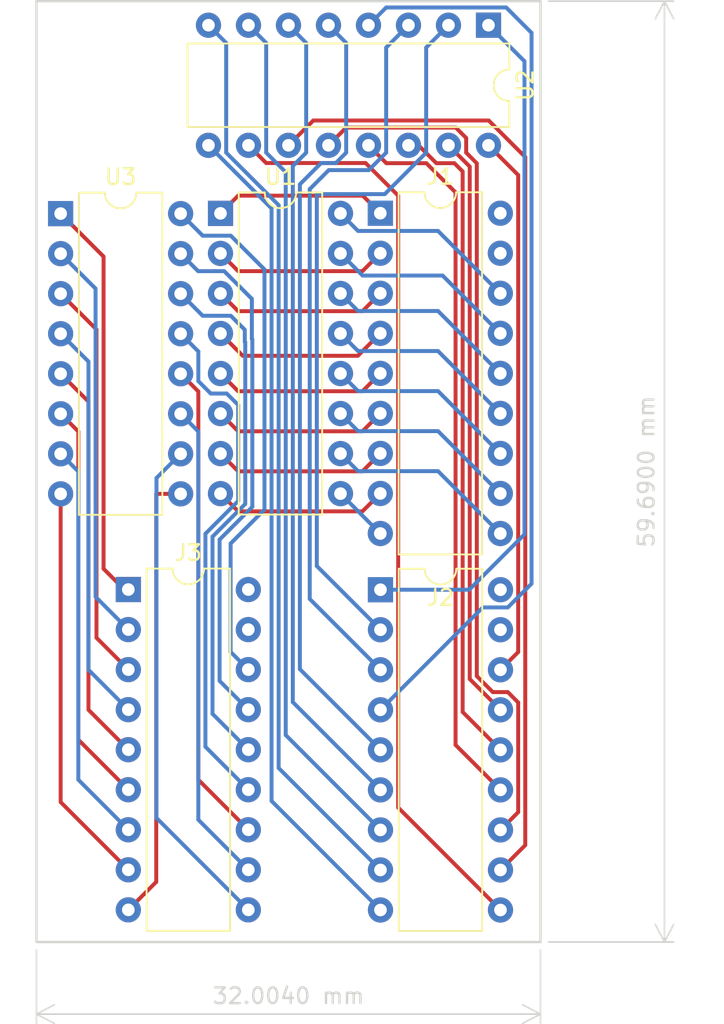
<source format=kicad_pcb>
(kicad_pcb (version 20211014) (generator pcbnew)
  (layers (0 "F.Cu" signal) (31 "B.Cu" signal) (34 "B.Paste" user) (35 "F.Paste" user) (36 "B.SilkS" user "B.Silkscreen") (37 "F.SilkS" user "F.Silkscreen") (38 "B.Mask" user) (39 "F.Mask" user) (44 "Edge.Cuts" user))
  (net 0 "")
  (net 1 "Net-(J1-Pad8)")
  (net 3 "Net-(J1-Pad9)")
  (net 5 "Net-(J2-Pad8)")
  (net 7 "Net-(J2-Pad9)")
  (net 9 "Net-(J3-Pad8)")
  (net 11 "Net-(J3-Pad9)")
  (net 13 "Net-(J1-Pad1)")
  (net 14 "Net-(U1-Pad10)")
  (net 15 "Net-(J1-Pad2)")
  (net 16 "Net-(U1-Pad11)")
  (net 17 "Net-(J1-Pad3)")
  (net 18 "Net-(U1-Pad12)")
  (net 19 "Net-(J1-Pad4)")
  (net 20 "Net-(U1-Pad13)")
  (net 21 "Net-(J1-Pad5)")
  (net 22 "Net-(U1-Pad14)")
  (net 23 "Net-(J1-Pad6)")
  (net 24 "Net-(U1-Pad15)")
  (net 25 "Net-(U1-Pad7)")
  (net 26 "Net-(U1-Pad16)")
  (net 27 "Net-(J2-Pad1)")
  (net 28 "Net-(J2-Pad10)")
  (net 29 "Net-(J2-Pad2)")
  (net 30 "Net-(J2-Pad11)")
  (net 31 "Net-(J2-Pad3)")
  (net 32 "Net-(J2-Pad12)")
  (net 33 "Net-(J2-Pad4)")
  (net 34 "Net-(J2-Pad13)")
  (net 35 "Net-(J2-Pad5)")
  (net 36 "Net-(J2-Pad14)")
  (net 37 "Net-(J2-Pad6)")
  (net 38 "Net-(J2-Pad15)")
  (net 39 "Net-(J2-Pad7)")
  (net 40 "Net-(J2-Pad16)")
  (net 41 "Net-(J3-Pad1)")
  (net 42 "Net-(J3-Pad10)")
  (net 43 "Net-(J3-Pad2)")
  (net 44 "Net-(J3-Pad11)")
  (net 45 "Net-(J3-Pad3)")
  (net 46 "Net-(J3-Pad12)")
  (net 47 "Net-(J3-Pad4)")
  (net 48 "Net-(J3-Pad13)")
  (net 49 "Net-(J3-Pad5)")
  (net 50 "Net-(J3-Pad14)")
  (net 51 "Net-(J3-Pad6)")
  (net 52 "Net-(J3-Pad15)")
  (net 53 "Net-(J3-Pad7)")
  (net 54 "Net-(J3-Pad16)")
  (footprint "Package_DIP:DIP-18_W7.62mm" (layer "F.Cu") (at 78.232 49.53)
    (fp_text reference "J2" (at 3.81 0.498) (layer "F.SilkS"))
    (fp_text value "Conn_02x09_Counter_Clockwise")
    (fp_line (start 1.16 21.65) (end 6.46 21.65) (layer "F.SilkS") (width 0.12))
    (fp_line (start 1.16 -1.33) (end 1.16 21.65) (layer "F.SilkS") (width 0.12))
    (fp_line (start 6.46 21.65) (end 6.46 -1.33) (layer "F.SilkS") (width 0.12))
    (fp_line (start 6.46 -1.33) (end 4.81 -1.33) (layer "F.SilkS") (width 0.12))
    (fp_line (start 2.81 -1.33) (end 1.16 -1.33) (layer "F.SilkS") (width 0.12))
    (fp_arc (start 4.81 -1.33) (mid 3.81 -0.33) (end 2.81 -1.33) (layer "F.SilkS") (width 0.12))
    (pad "1" thru_hole rect locked (at 0 0) (size 1.6 1.6) (drill 0.8) (layers *.Cu *.Mask) (net 27 "Net-(J2-Pad1)"))
    (pad "2" thru_hole oval locked (at 0 2.54) (size 1.6 1.6) (drill 0.8) (layers *.Cu *.Mask) (net 29 "Net-(J2-Pad2)"))
    (pad "3" thru_hole oval locked (at 0 5.08) (size 1.6 1.6) (drill 0.8) (layers *.Cu *.Mask) (net 31 "Net-(J2-Pad3)"))
    (pad "4" thru_hole oval locked (at 0 7.62) (size 1.6 1.6) (drill 0.8) (layers *.Cu *.Mask) (net 33 "Net-(J2-Pad4)"))
    (pad "5" thru_hole oval locked (at 0 10.16) (size 1.6 1.6) (drill 0.8) (layers *.Cu *.Mask) (net 35 "Net-(J2-Pad5)"))
    (pad "6" thru_hole oval locked (at 0 12.7) (size 1.6 1.6) (drill 0.8) (layers *.Cu *.Mask) (net 37 "Net-(J2-Pad6)"))
    (pad "7" thru_hole oval locked (at 0 15.24) (size 1.6 1.6) (drill 0.8) (layers *.Cu *.Mask) (net 39 "Net-(J2-Pad7)"))
    (pad "8" thru_hole oval locked (at 0 17.78) (size 1.6 1.6) (drill 0.8) (layers *.Cu *.Mask) (net 5 "Net-(J2-Pad8)"))
    (pad "9" thru_hole oval locked (at 0 20.32) (size 1.6 1.6) (drill 0.8) (layers *.Cu *.Mask) (net 7 "Net-(J2-Pad9)"))
    (pad "10" thru_hole oval locked (at 7.62 20.32) (size 1.6 1.6) (drill 0.8) (layers *.Cu *.Mask) (net 28 "Net-(J2-Pad10)"))
    (pad "11" thru_hole oval locked (at 7.62 17.78) (size 1.6 1.6) (drill 0.8) (layers *.Cu *.Mask) (net 30 "Net-(J2-Pad11)"))
    (pad "12" thru_hole oval locked (at 7.62 15.24) (size 1.6 1.6) (drill 0.8) (layers *.Cu *.Mask) (net 32 "Net-(J2-Pad12)"))
    (pad "13" thru_hole oval locked (at 7.62 12.7) (size 1.6 1.6) (drill 0.8) (layers *.Cu *.Mask) (net 34 "Net-(J2-Pad13)"))
    (pad "14" thru_hole oval locked (at 7.62 10.16) (size 1.6 1.6) (drill 0.8) (layers *.Cu *.Mask) (net 36 "Net-(J2-Pad14)"))
    (pad "15" thru_hole oval locked (at 7.62 7.62) (size 1.6 1.6) (drill 0.8) (layers *.Cu *.Mask) (net 38 "Net-(J2-Pad15)"))
    (pad "16" thru_hole oval locked (at 7.62 5.08) (size 1.6 1.6) (drill 0.8) (layers *.Cu *.Mask) (net 40 "Net-(J2-Pad16)"))
    (pad "17" thru_hole oval locked (at 7.62 2.54) (size 1.6 1.6) (drill 0.8) (layers *.Cu *.Mask))
    (pad "18" thru_hole oval locked (at 7.62 0) (size 1.6 1.6) (drill 0.8) (layers *.Cu *.Mask))
  )
  (footprint "Package_DIP:DIP-16_W7.62mm" (layer "F.Cu") (at 85.09 13.716 -90)
    (fp_text reference "U2" (at 3.81 -2.33 90) (layer "F.SilkS"))
    (fp_text value "ULN2003A")
    (fp_line (start 2.81 -1.33) (end 1.16 -1.33) (layer "F.SilkS") (width 0.12))
    (fp_line (start 6.46 -1.33) (end 4.81 -1.33) (layer "F.SilkS") (width 0.12))
    (fp_line (start 1.16 19.11) (end 6.46 19.11) (layer "F.SilkS") (width 0.12))
    (fp_line (start 1.16 -1.33) (end 1.16 19.11) (layer "F.SilkS") (width 0.12))
    (fp_line (start 6.46 19.11) (end 6.46 -1.33) (layer "F.SilkS") (width 0.12))
    (fp_arc (start 4.81 -1.33) (mid 3.81 -0.33) (end 2.81 -1.33) (layer "F.SilkS") (width 0.12))
    (pad "1" thru_hole rect locked (at 0 0 270) (size 1.6 1.6) (drill 0.8) (layers *.Cu *.Mask) (net 27 "Net-(J2-Pad1)"))
    (pad "2" thru_hole oval locked (at 0 2.54 270) (size 1.6 1.6) (drill 0.8) (layers *.Cu *.Mask) (net 29 "Net-(J2-Pad2)"))
    (pad "3" thru_hole oval locked (at 0 5.08 270) (size 1.6 1.6) (drill 0.8) (layers *.Cu *.Mask) (net 31 "Net-(J2-Pad3)"))
    (pad "4" thru_hole oval locked (at 0 7.62 270) (size 1.6 1.6) (drill 0.8) (layers *.Cu *.Mask) (net 33 "Net-(J2-Pad4)"))
    (pad "5" thru_hole oval locked (at 0 10.16 270) (size 1.6 1.6) (drill 0.8) (layers *.Cu *.Mask) (net 35 "Net-(J2-Pad5)"))
    (pad "6" thru_hole oval locked (at 0 12.7 270) (size 1.6 1.6) (drill 0.8) (layers *.Cu *.Mask) (net 37 "Net-(J2-Pad6)"))
    (pad "7" thru_hole oval locked (at 0 15.24 270) (size 1.6 1.6) (drill 0.8) (layers *.Cu *.Mask) (net 39 "Net-(J2-Pad7)"))
    (pad "8" thru_hole oval locked (at 0 17.78 270) (size 1.6 1.6) (drill 0.8) (layers *.Cu *.Mask) (net 5 "Net-(J2-Pad8)"))
    (pad "9" thru_hole oval locked (at 7.62 17.78 270) (size 1.6 1.6) (drill 0.8) (layers *.Cu *.Mask) (net 7 "Net-(J2-Pad9)"))
    (pad "10" thru_hole oval locked (at 7.62 15.24 270) (size 1.6 1.6) (drill 0.8) (layers *.Cu *.Mask) (net 28 "Net-(J2-Pad10)"))
    (pad "11" thru_hole oval locked (at 7.62 12.7 270) (size 1.6 1.6) (drill 0.8) (layers *.Cu *.Mask) (net 30 "Net-(J2-Pad11)"))
    (pad "12" thru_hole oval locked (at 7.62 10.16 270) (size 1.6 1.6) (drill 0.8) (layers *.Cu *.Mask) (net 32 "Net-(J2-Pad12)"))
    (pad "13" thru_hole oval locked (at 7.62 7.62 270) (size 1.6 1.6) (drill 0.8) (layers *.Cu *.Mask) (net 34 "Net-(J2-Pad13)"))
    (pad "14" thru_hole oval locked (at 7.62 5.08 270) (size 1.6 1.6) (drill 0.8) (layers *.Cu *.Mask) (net 36 "Net-(J2-Pad14)"))
    (pad "15" thru_hole oval locked (at 7.62 2.54 270) (size 1.6 1.6) (drill 0.8) (layers *.Cu *.Mask) (net 38 "Net-(J2-Pad15)"))
    (pad "16" thru_hole oval locked (at 7.62 0 270) (size 1.6 1.6) (drill 0.8) (layers *.Cu *.Mask) (net 40 "Net-(J2-Pad16)"))
  )
  (footprint "Package_DIP:DIP-16_W7.62mm" (layer "F.Cu") (at 57.922 25.669)
    (fp_text reference "U3" (at 3.81 -2.33) (layer "F.SilkS"))
    (fp_text value "ULN2003A")
    (fp_line (start 1.16 19.11) (end 6.46 19.11) (layer "F.SilkS") (width 0.12))
    (fp_line (start 2.81 -1.33) (end 1.16 -1.33) (layer "F.SilkS") (width 0.12))
    (fp_line (start 6.46 -1.33) (end 4.81 -1.33) (layer "F.SilkS") (width 0.12))
    (fp_line (start 6.46 19.11) (end 6.46 -1.33) (layer "F.SilkS") (width 0.12))
    (fp_line (start 1.16 -1.33) (end 1.16 19.11) (layer "F.SilkS") (width 0.12))
    (fp_arc (start 4.81 -1.33) (mid 3.81 -0.33) (end 2.81 -1.33) (layer "F.SilkS") (width 0.12))
    (pad "1" thru_hole rect locked (at 0 0) (size 1.6 1.6) (drill 0.8) (layers *.Cu *.Mask) (net 41 "Net-(J3-Pad1)"))
    (pad "2" thru_hole oval locked (at 0 2.54) (size 1.6 1.6) (drill 0.8) (layers *.Cu *.Mask) (net 43 "Net-(J3-Pad2)"))
    (pad "3" thru_hole oval locked (at 0 5.08) (size 1.6 1.6) (drill 0.8) (layers *.Cu *.Mask) (net 45 "Net-(J3-Pad3)"))
    (pad "4" thru_hole oval locked (at 0 7.62) (size 1.6 1.6) (drill 0.8) (layers *.Cu *.Mask) (net 47 "Net-(J3-Pad4)"))
    (pad "5" thru_hole oval locked (at 0 10.16) (size 1.6 1.6) (drill 0.8) (layers *.Cu *.Mask) (net 49 "Net-(J3-Pad5)"))
    (pad "6" thru_hole oval locked (at 0 12.7) (size 1.6 1.6) (drill 0.8) (layers *.Cu *.Mask) (net 51 "Net-(J3-Pad6)"))
    (pad "7" thru_hole oval locked (at 0 15.24) (size 1.6 1.6) (drill 0.8) (layers *.Cu *.Mask) (net 53 "Net-(J3-Pad7)"))
    (pad "8" thru_hole oval locked (at 0 17.78) (size 1.6 1.6) (drill 0.8) (layers *.Cu *.Mask) (net 9 "Net-(J3-Pad8)"))
    (pad "9" thru_hole oval locked (at 7.62 17.78) (size 1.6 1.6) (drill 0.8) (layers *.Cu *.Mask) (net 11 "Net-(J3-Pad9)"))
    (pad "10" thru_hole oval locked (at 7.62 15.24) (size 1.6 1.6) (drill 0.8) (layers *.Cu *.Mask) (net 42 "Net-(J3-Pad10)"))
    (pad "11" thru_hole oval locked (at 7.62 12.7) (size 1.6 1.6) (drill 0.8) (layers *.Cu *.Mask) (net 44 "Net-(J3-Pad11)"))
    (pad "12" thru_hole oval locked (at 7.62 10.16) (size 1.6 1.6) (drill 0.8) (layers *.Cu *.Mask) (net 46 "Net-(J3-Pad12)"))
    (pad "13" thru_hole oval locked (at 7.62 7.62) (size 1.6 1.6) (drill 0.8) (layers *.Cu *.Mask) (net 48 "Net-(J3-Pad13)"))
    (pad "14" thru_hole oval locked (at 7.62 5.08) (size 1.6 1.6) (drill 0.8) (layers *.Cu *.Mask) (net 50 "Net-(J3-Pad14)"))
    (pad "15" thru_hole oval locked (at 7.62 2.54) (size 1.6 1.6) (drill 0.8) (layers *.Cu *.Mask) (net 52 "Net-(J3-Pad15)"))
    (pad "16" thru_hole oval locked (at 7.62 0) (size 1.6 1.6) (drill 0.8) (layers *.Cu *.Mask) (net 54 "Net-(J3-Pad16)"))
  )
  (footprint "Package_DIP:DIP-18_W7.62mm" (layer "F.Cu") (at 78.222 25.644)
    (fp_text reference "J1" (at 3.81 -2.33) (layer "F.SilkS"))
    (fp_text value "Conn_02x09_Counter_Clockwise")
    (fp_line (start 6.46 -1.33) (end 4.81 -1.33) (layer "F.SilkS") (width 0.12))
    (fp_line (start 2.81 -1.33) (end 1.16 -1.33) (layer "F.SilkS") (width 0.12))
    (fp_line (start 1.16 -1.33) (end 1.16 21.65) (layer "F.SilkS") (width 0.12))
    (fp_line (start 1.16 21.65) (end 6.46 21.65) (layer "F.SilkS") (width 0.12))
    (fp_line (start 6.46 21.65) (end 6.46 -1.33) (layer "F.SilkS") (width 0.12))
    (fp_arc (start 4.81 -1.33) (mid 3.81 -0.33) (end 2.81 -1.33) (layer "F.SilkS") (width 0.12))
    (pad "1" thru_hole rect locked (at 0 0) (size 1.6 1.6) (drill 0.8) (layers *.Cu *.Mask) (net 13 "Net-(J1-Pad1)"))
    (pad "2" thru_hole oval locked (at 0 2.54) (size 1.6 1.6) (drill 0.8) (layers *.Cu *.Mask) (net 15 "Net-(J1-Pad2)"))
    (pad "3" thru_hole oval locked (at 0 5.08) (size 1.6 1.6) (drill 0.8) (layers *.Cu *.Mask) (net 17 "Net-(J1-Pad3)"))
    (pad "4" thru_hole oval locked (at 0 7.62) (size 1.6 1.6) (drill 0.8) (layers *.Cu *.Mask) (net 19 "Net-(J1-Pad4)"))
    (pad "5" thru_hole oval locked (at 0 10.16) (size 1.6 1.6) (drill 0.8) (layers *.Cu *.Mask) (net 21 "Net-(J1-Pad5)"))
    (pad "6" thru_hole oval locked (at 0 12.7) (size 1.6 1.6) (drill 0.8) (layers *.Cu *.Mask) (net 23 "Net-(J1-Pad6)"))
    (pad "7" thru_hole oval locked (at 0 15.24) (size 1.6 1.6) (drill 0.8) (layers *.Cu *.Mask) (net 25 "Net-(U1-Pad7)"))
    (pad "8" thru_hole oval locked (at 0 17.78) (size 1.6 1.6) (drill 0.8) (layers *.Cu *.Mask) (net 1 "Net-(J1-Pad8)"))
    (pad "9" thru_hole oval locked (at 0 20.32) (size 1.6 1.6) (drill 0.8) (layers *.Cu *.Mask) (net 3 "Net-(J1-Pad9)"))
    (pad "10" thru_hole oval locked (at 7.62 20.32) (size 1.6 1.6) (drill 0.8) (layers *.Cu *.Mask) (net 14 "Net-(U1-Pad10)"))
    (pad "11" thru_hole oval locked (at 7.62 17.78) (size 1.6 1.6) (drill 0.8) (layers *.Cu *.Mask) (net 16 "Net-(U1-Pad11)"))
    (pad "12" thru_hole oval locked (at 7.62 15.24) (size 1.6 1.6) (drill 0.8) (layers *.Cu *.Mask) (net 18 "Net-(U1-Pad12)"))
    (pad "13" thru_hole oval locked (at 7.62 12.7) (size 1.6 1.6) (drill 0.8) (layers *.Cu *.Mask) (net 20 "Net-(U1-Pad13)"))
    (pad "14" thru_hole oval locked (at 7.62 10.16) (size 1.6 1.6) (drill 0.8) (layers *.Cu *.Mask) (net 22 "Net-(U1-Pad14)"))
    (pad "15" thru_hole oval locked (at 7.62 7.62) (size 1.6 1.6) (drill 0.8) (layers *.Cu *.Mask) (net 24 "Net-(U1-Pad15)"))
    (pad "16" thru_hole oval locked (at 7.62 5.08) (size 1.6 1.6) (drill 0.8) (layers *.Cu *.Mask) (net 26 "Net-(U1-Pad16)"))
    (pad "17" thru_hole oval locked (at 7.62 2.54) (size 1.6 1.6) (drill 0.8) (layers *.Cu *.Mask))
    (pad "18" thru_hole oval locked (at 7.62 0) (size 1.6 1.6) (drill 0.8) (layers *.Cu *.Mask))
  )
  (footprint "Package_DIP:DIP-18_W7.62mm" (layer "F.Cu") (at 62.22 49.52)
    (fp_text reference "J3" (at 3.81 -2.33) (layer "F.SilkS"))
    (fp_text value "Conn_02x09_Counter_Clockwise")
    (fp_line (start 2.81 -1.33) (end 1.16 -1.33) (layer "F.SilkS") (width 0.12))
    (fp_line (start 6.46 21.65) (end 6.46 -1.33) (layer "F.SilkS") (width 0.12))
    (fp_line (start 1.16 21.65) (end 6.46 21.65) (layer "F.SilkS") (width 0.12))
    (fp_line (start 6.46 -1.33) (end 4.81 -1.33) (layer "F.SilkS") (width 0.12))
    (fp_line (start 1.16 -1.33) (end 1.16 21.65) (layer "F.SilkS") (width 0.12))
    (fp_arc (start 4.81 -1.33) (mid 3.81 -0.33) (end 2.81 -1.33) (layer "F.SilkS") (width 0.12))
    (pad "1" thru_hole rect locked (at 0 0) (size 1.6 1.6) (drill 0.8) (layers *.Cu *.Mask) (net 41 "Net-(J3-Pad1)"))
    (pad "2" thru_hole oval locked (at 0 2.54) (size 1.6 1.6) (drill 0.8) (layers *.Cu *.Mask) (net 43 "Net-(J3-Pad2)"))
    (pad "3" thru_hole oval locked (at 0 5.08) (size 1.6 1.6) (drill 0.8) (layers *.Cu *.Mask) (net 45 "Net-(J3-Pad3)"))
    (pad "4" thru_hole oval locked (at 0 7.62) (size 1.6 1.6) (drill 0.8) (layers *.Cu *.Mask) (net 47 "Net-(J3-Pad4)"))
    (pad "5" thru_hole oval locked (at 0 10.16) (size 1.6 1.6) (drill 0.8) (layers *.Cu *.Mask) (net 49 "Net-(J3-Pad5)"))
    (pad "6" thru_hole oval locked (at 0 12.7) (size 1.6 1.6) (drill 0.8) (layers *.Cu *.Mask) (net 51 "Net-(J3-Pad6)"))
    (pad "7" thru_hole oval locked (at 0 15.24) (size 1.6 1.6) (drill 0.8) (layers *.Cu *.Mask) (net 53 "Net-(J3-Pad7)"))
    (pad "8" thru_hole oval locked (at 0 17.78) (size 1.6 1.6) (drill 0.8) (layers *.Cu *.Mask) (net 9 "Net-(J3-Pad8)"))
    (pad "9" thru_hole oval locked (at 0 20.32) (size 1.6 1.6) (drill 0.8) (layers *.Cu *.Mask) (net 11 "Net-(J3-Pad9)"))
    (pad "10" thru_hole oval locked (at 7.62 20.32) (size 1.6 1.6) (drill 0.8) (layers *.Cu *.Mask) (net 42 "Net-(J3-Pad10)"))
    (pad "11" thru_hole oval locked (at 7.62 17.78) (size 1.6 1.6) (drill 0.8) (layers *.Cu *.Mask) (net 44 "Net-(J3-Pad11)"))
    (pad "12" thru_hole oval locked (at 7.62 15.24) (size 1.6 1.6) (drill 0.8) (layers *.Cu *.Mask) (net 46 "Net-(J3-Pad12)"))
    (pad "13" thru_hole oval locked (at 7.62 12.7) (size 1.6 1.6) (drill 0.8) (layers *.Cu *.Mask) (net 48 "Net-(J3-Pad13)"))
    (pad "14" thru_hole oval locked (at 7.62 10.16) (size 1.6 1.6) (drill 0.8) (layers *.Cu *.Mask) (net 50 "Net-(J3-Pad14)"))
    (pad "15" thru_hole oval locked (at 7.62 7.62) (size 1.6 1.6) (drill 0.8) (layers *.Cu *.Mask) (net 52 "Net-(J3-Pad15)"))
    (pad "16" thru_hole oval locked (at 7.62 5.08) (size 1.6 1.6) (drill 0.8) (layers *.Cu *.Mask) (net 54 "Net-(J3-Pad16)"))
    (pad "17" thru_hole oval locked (at 7.62 2.54) (size 1.6 1.6) (drill 0.8) (layers *.Cu *.Mask))
    (pad "18" thru_hole oval locked (at 7.62 0) (size 1.6 1.6) (drill 0.8) (layers *.Cu *.Mask))
  )
  (footprint "Package_DIP:DIP-16_W7.62mm" (layer "F.Cu") (at 68.072 25.654)
    (fp_text reference "U1" (at 3.81 -2.33) (layer "F.SilkS"))
    (fp_text value "ULN2003A")
    (fp_line (start 6.46 -1.33) (end 4.81 -1.33) (layer "F.SilkS") (width 0.12))
    (fp_line (start 1.16 19.11) (end 6.46 19.11) (layer "F.SilkS") (width 0.12))
    (fp_line (start 2.81 -1.33) (end 1.16 -1.33) (layer "F.SilkS") (width 0.12))
    (fp_line (start 6.46 19.11) (end 6.46 -1.33) (layer "F.SilkS") (width 0.12))
    (fp_line (start 1.16 -1.33) (end 1.16 19.11) (layer "F.SilkS") (width 0.12))
    (fp_arc (start 4.81 -1.33) (mid 3.81 -0.33) (end 2.81 -1.33) (layer "F.SilkS") (width 0.12))
    (pad "1" thru_hole rect locked (at 0 0) (size 1.6 1.6) (drill 0.8) (layers *.Cu *.Mask) (net 13 "Net-(J1-Pad1)"))
    (pad "2" thru_hole oval locked (at 0 2.54) (size 1.6 1.6) (drill 0.8) (layers *.Cu *.Mask) (net 15 "Net-(J1-Pad2)"))
    (pad "3" thru_hole oval locked (at 0 5.08) (size 1.6 1.6) (drill 0.8) (layers *.Cu *.Mask) (net 17 "Net-(J1-Pad3)"))
    (pad "4" thru_hole oval locked (at 0 7.62) (size 1.6 1.6) (drill 0.8) (layers *.Cu *.Mask) (net 19 "Net-(J1-Pad4)"))
    (pad "5" thru_hole oval locked (at 0 10.16) (size 1.6 1.6) (drill 0.8) (layers *.Cu *.Mask) (net 21 "Net-(J1-Pad5)"))
    (pad "6" thru_hole oval locked (at 0 12.7) (size 1.6 1.6) (drill 0.8) (layers *.Cu *.Mask) (net 23 "Net-(J1-Pad6)"))
    (pad "7" thru_hole oval locked (at 0 15.24) (size 1.6 1.6) (drill 0.8) (layers *.Cu *.Mask) (net 25 "Net-(U1-Pad7)"))
    (pad "8" thru_hole oval locked (at 0 17.78) (size 1.6 1.6) (drill 0.8) (layers *.Cu *.Mask) (net 1 "Net-(J1-Pad8)"))
    (pad "9" thru_hole oval locked (at 7.62 17.78) (size 1.6 1.6) (drill 0.8) (layers *.Cu *.Mask) (net 3 "Net-(J1-Pad9)"))
    (pad "10" thru_hole oval locked (at 7.62 15.24) (size 1.6 1.6) (drill 0.8) (layers *.Cu *.Mask) (net 14 "Net-(U1-Pad10)"))
    (pad "11" thru_hole oval locked (at 7.62 12.7) (size 1.6 1.6) (drill 0.8) (layers *.Cu *.Mask) (net 16 "Net-(U1-Pad11)"))
    (pad "12" thru_hole oval locked (at 7.62 10.16) (size 1.6 1.6) (drill 0.8) (layers *.Cu *.Mask) (net 18 "Net-(U1-Pad12)"))
    (pad "13" thru_hole oval locked (at 7.62 7.62) (size 1.6 1.6) (drill 0.8) (layers *.Cu *.Mask) (net 20 "Net-(U1-Pad13)"))
    (pad "14" thru_hole oval locked (at 7.62 5.08) (size 1.6 1.6) (drill 0.8) (layers *.Cu *.Mask) (net 22 "Net-(U1-Pad14)"))
    (pad "15" thru_hole oval locked (at 7.62 2.54) (size 1.6 1.6) (drill 0.8) (layers *.Cu *.Mask) (net 24 "Net-(U1-Pad15)"))
    (pad "16" thru_hole oval locked (at 7.62 0) (size 1.6 1.6) (drill 0.8) (layers *.Cu *.Mask) (net 26 "Net-(U1-Pad16)"))
  )
  (gr_poly (pts (xy 56.388 12.192) (xy 56.388 71.882) (xy 88.392 71.882) (xy 88.392 12.192)) (layer "Edge.Cuts") (width 0.15) (fill none))
  (dimension (type aligned) (layer "Edge.Cuts") (pts (xy 88.392 71.882) (xy 56.388 71.882)) (height -4.572) (gr_text "32.0040 mm" (at 72.39 75.304) (layer "Edge.Cuts") (effects (font (size 1 1) (thickness 0.15)))) (format (units 3) (units_format 1) (precision 4)) (style (thickness 0.1) (arrow_length 1.27) (text_position_mode 0) (extension_height 0.58642) (extension_offset 0.5) keep_text_aligned))
  (dimension (type aligned) (layer "Edge.Cuts") (pts (xy 88.392 71.882) (xy 88.392 12.192)) (height 7.874) (gr_text "59.6900 mm" (at 95.116 42.037 90) (layer "Edge.Cuts") (effects (font (size 1 1) (thickness 0.15)))) (format (units 3) (units_format 1) (precision 4)) (style (thickness 0.1) (arrow_length 1.27) (text_position_mode 0) (extension_height 0.58642) (extension_offset 0.5) keep_text_aligned))
  (segment (start 77.087489 44.558511) (end 69.196511 44.558511) (width 0.25) (layer "F.Cu") (net 1))
  (segment (start 69.196511 44.558511) (end 68.072 43.434) (width 0.25) (layer "F.Cu") (net 1))
  (segment (start 78.222 43.424) (end 77.087489 44.558511) (width 0.25) (layer "F.Cu") (net 1))
  (segment (start 78.222 45.964) (end 75.692 43.434) (width 0.25) (layer "B.Cu") (net 3))
  (segment (start 68.434511 14.840511) (end 68.434511 21.801789) (width 0.25) (layer "B.Cu") (net 5))
  (segment (start 71.765021 25.132299) (end 71.765021 60.843021) (width 0.25) (layer "B.Cu") (net 5))
  (segment (start 68.434511 21.801789) (end 71.765021 25.132299) (width 0.25) (layer "B.Cu") (net 5))
  (segment (start 71.765021 60.843021) (end 78.232 67.31) (width 0.25) (layer "B.Cu") (net 5))
  (segment (start 67.31 13.716) (end 68.434511 14.840511) (width 0.25) (layer "B.Cu") (net 5))
  (segment (start 78.232 69.85) (end 71.31551 62.93351) (width 0.25) (layer "B.Cu") (net 7))
  (segment (start 71.31551 25.34151) (end 67.31 21.336) (width 0.25) (layer "B.Cu") (net 7))
  (segment (start 71.31551 62.93351) (end 71.31551 25.34151) (width 0.25) (layer "B.Cu") (net 7))
  (segment (start 57.922 63.002) (end 57.922 43.449) (width 0.25) (layer "F.Cu") (net 9))
  (segment (start 62.22 67.3) (end 57.922 63.002) (width 0.25) (layer "F.Cu") (net 9))
  (segment (start 65.542 43.449) (end 63.993 43.449) (width 0.25) (layer "F.Cu") (net 11))
  (segment (start 63.993 68.067) (end 62.22 69.84) (width 0.25) (layer "F.Cu") (net 11))
  (segment (start 63.993 43.449) (end 63.993 68.067) (width 0.25) (layer "F.Cu") (net 11))
  (segment (start 78.222 25.644) (end 77.107489 24.529489) (width 0.25) (layer "F.Cu") (net 13))
  (segment (start 69.196511 24.529489) (end 68.072 25.654) (width 0.25) (layer "F.Cu") (net 13))
  (segment (start 77.107489 24.529489) (end 69.196511 24.529489) (width 0.25) (layer "F.Cu") (net 13))
  (segment (start 85.842 45.964) (end 81.886511 42.008511) (width 0.25) (layer "B.Cu") (net 14))
  (segment (start 76.806511 42.008511) (end 75.692 40.894) (width 0.25) (layer "B.Cu") (net 14))
  (segment (start 81.886511 42.008511) (end 76.806511 42.008511) (width 0.25) (layer "B.Cu") (net 14))
  (segment (start 78.222 28.184) (end 77.087489 29.318511) (width 0.25) (layer "F.Cu") (net 15))
  (segment (start 69.196511 29.318511) (end 68.072 28.194) (width 0.25) (layer "F.Cu") (net 15))
  (segment (start 77.087489 29.318511) (end 69.196511 29.318511) (width 0.25) (layer "F.Cu") (net 15))
  (segment (start 85.842 43.424) (end 81.886511 39.468511) (width 0.25) (layer "B.Cu") (net 16))
  (segment (start 81.886511 39.468511) (end 76.806511 39.468511) (width 0.25) (layer "B.Cu") (net 16))
  (segment (start 76.806511 39.468511) (end 75.692 38.354) (width 0.25) (layer "B.Cu") (net 16))
  (segment (start 78.222 30.724) (end 77.087489 31.858511) (width 0.25) (layer "F.Cu") (net 17))
  (segment (start 69.196511 31.858511) (end 68.072 30.734) (width 0.25) (layer "F.Cu") (net 17))
  (segment (start 77.087489 31.858511) (end 69.196511 31.858511) (width 0.25) (layer "F.Cu") (net 17))
  (segment (start 76.806511 36.928511) (end 75.692 35.814) (width 0.25) (layer "B.Cu") (net 18))
  (segment (start 81.886511 36.928511) (end 76.806511 36.928511) (width 0.25) (layer "B.Cu") (net 18))
  (segment (start 85.842 40.884) (end 81.886511 36.928511) (width 0.25) (layer "B.Cu") (net 18))
  (segment (start 69.487489 34.689489) (end 76.796511 34.689489) (width 0.25) (layer "F.Cu") (net 19))
  (segment (start 68.072 33.274) (end 69.487489 34.689489) (width 0.25) (layer "F.Cu") (net 19))
  (segment (start 76.796511 34.689489) (end 78.222 33.264) (width 0.25) (layer "F.Cu") (net 19))
  (segment (start 81.886511 34.388511) (end 76.806511 34.388511) (width 0.25) (layer "B.Cu") (net 20))
  (segment (start 85.842 38.344) (end 81.886511 34.388511) (width 0.25) (layer "B.Cu") (net 20))
  (segment (start 76.806511 34.388511) (end 75.692 33.274) (width 0.25) (layer "B.Cu") (net 20))
  (segment (start 77.087489 36.938511) (end 69.196511 36.938511) (width 0.25) (layer "F.Cu") (net 21))
  (segment (start 78.222 35.804) (end 77.087489 36.938511) (width 0.25) (layer "F.Cu") (net 21))
  (segment (start 69.196511 36.938511) (end 68.072 35.814) (width 0.25) (layer "F.Cu") (net 21))
  (segment (start 76.806511 31.848511) (end 75.692 30.734) (width 0.25) (layer "B.Cu") (net 22))
  (segment (start 85.842 35.804) (end 81.886511 31.848511) (width 0.25) (layer "B.Cu") (net 22))
  (segment (start 81.886511 31.848511) (end 76.806511 31.848511) (width 0.25) (layer "B.Cu") (net 22))
  (segment (start 78.222 38.344) (end 77.087489 39.478511) (width 0.25) (layer "F.Cu") (net 23))
  (segment (start 69.196511 39.478511) (end 68.072 38.354) (width 0.25) (layer "F.Cu") (net 23))
  (segment (start 77.087489 39.478511) (end 69.196511 39.478511) (width 0.25) (layer "F.Cu") (net 23))
  (segment (start 82.177489 29.599489) (end 77.097489 29.599489) (width 0.25) (layer "B.Cu") (net 24))
  (segment (start 85.842 33.264) (end 82.177489 29.599489) (width 0.25) (layer "B.Cu") (net 24))
  (segment (start 77.097489 29.599489) (end 75.692 28.194) (width 0.25) (layer "B.Cu") (net 24))
  (segment (start 77.087489 42.018511) (end 69.196511 42.018511) (width 0.25) (layer "F.Cu") (net 25))
  (segment (start 78.222 40.884) (end 77.087489 42.018511) (width 0.25) (layer "F.Cu") (net 25))
  (segment (start 69.196511 42.018511) (end 68.072 40.894) (width 0.25) (layer "F.Cu") (net 25))
  (segment (start 76.806511 26.768511) (end 75.692 25.654) (width 0.25) (layer "B.Cu") (net 26))
  (segment (start 85.842 30.724) (end 81.886511 26.768511) (width 0.25) (layer "B.Cu") (net 26))
  (segment (start 81.886511 26.768511) (end 76.806511 26.768511) (width 0.25) (layer "B.Cu") (net 26))
  (segment (start 83.8663 49.53) (end 78.232 49.53) (width 0.25) (layer "B.Cu") (net 27))
  (segment (start 87.376 46.0203) (end 83.8663 49.53) (width 0.25) (layer "B.Cu") (net 27))
  (segment (start 85.09 13.716) (end 87.376 16.002) (width 0.25) (layer "B.Cu") (net 27))
  (segment (start 87.376 16.002) (end 87.376 46.0203) (width 0.25) (layer "B.Cu") (net 27))
  (segment (start 79.356511 24.529489) (end 77.287533 22.460511) (width 0.25) (layer "F.Cu") (net 28))
  (segment (start 79.356511 63.354511) (end 79.356511 24.529489) (width 0.25) (layer "F.Cu") (net 28))
  (segment (start 70.974511 22.460511) (end 69.85 21.336) (width 0.25) (layer "F.Cu") (net 28))
  (segment (start 77.287533 22.460511) (end 70.974511 22.460511) (width 0.25) (layer "F.Cu") (net 28))
  (segment (start 85.852 69.85) (end 79.356511 63.354511) (width 0.25) (layer "F.Cu") (net 28))
  (segment (start 74.188041 24.433363) (end 78.502937 24.433363) (width 0.25) (layer "B.Cu") (net 29))
  (segment (start 78.232 52.07) (end 74.188041 48.026041) (width 0.25) (layer "B.Cu") (net 29))
  (segment (start 74.188041 48.026041) (end 74.188041 24.433363) (width 0.25) (layer "B.Cu") (net 29))
  (segment (start 81.134511 15.131489) (end 82.55 13.716) (width 0.25) (layer "B.Cu") (net 29))
  (segment (start 81.134511 21.801789) (end 81.134511 15.131489) (width 0.25) (layer "B.Cu") (net 29))
  (segment (start 78.502937 24.433363) (end 81.134511 21.801789) (width 0.25) (layer "B.Cu") (net 29))
  (segment (start 87.426031 65.735969) (end 87.426031 22.081731) (width 0.25) (layer "F.Cu") (net 30))
  (segment (start 85.106269 19.761969) (end 73.964031 19.761969) (width 0.25) (layer "F.Cu") (net 30))
  (segment (start 73.964031 19.761969) (end 72.39 21.336) (width 0.25) (layer "F.Cu") (net 30))
  (segment (start 85.852 67.31) (end 87.426031 65.735969) (width 0.25) (layer "F.Cu") (net 30))
  (segment (start 87.426031 22.081731) (end 85.106269 19.761969) (width 0.25) (layer "F.Cu") (net 30))
  (segment (start 73.738531 24.117769) (end 73.738531 50.116531) (width 0.25) (layer "B.Cu") (net 31))
  (segment (start 80.01 13.716) (end 78.594511 15.131489) (width 0.25) (layer "B.Cu") (net 31))
  (segment (start 78.594511 21.801789) (end 77.486278 22.910022) (width 0.25) (layer "B.Cu") (net 31))
  (segment (start 77.486278 22.910022) (end 74.946278 22.910022) (width 0.25) (layer "B.Cu") (net 31))
  (segment (start 74.946278 22.910022) (end 73.738531 24.117769) (width 0.25) (layer "B.Cu") (net 31))
  (segment (start 78.594511 15.131489) (end 78.594511 21.801789) (width 0.25) (layer "B.Cu") (net 31))
  (segment (start 73.738531 50.116531) (end 78.232 54.61) (width 0.25) (layer "B.Cu") (net 31))
  (segment (start 83.674511 20.870211) (end 83.015789 20.211489) (width 0.25) (layer "F.Cu") (net 32))
  (segment (start 85.852 64.77) (end 86.976511 63.645489) (width 0.25) (layer "F.Cu") (net 32))
  (segment (start 86.976511 56.684211) (end 86.317789 56.025489) (width 0.25) (layer "F.Cu") (net 32))
  (segment (start 86.317789 56.025489) (end 85.363207 56.025489) (width 0.25) (layer "F.Cu") (net 32))
  (segment (start 83.015789 20.211489) (end 76.054511 20.211489) (width 0.25) (layer "F.Cu") (net 32))
  (segment (start 86.976511 63.645489) (end 86.976511 56.684211) (width 0.25) (layer "F.Cu") (net 32))
  (segment (start 84.348053 55.010335) (end 84.348053 22.475331) (width 0.25) (layer "F.Cu") (net 32))
  (segment (start 84.348053 22.475331) (end 83.674511 21.801789) (width 0.25) (layer "F.Cu") (net 32))
  (segment (start 76.054511 20.211489) (end 74.93 21.336) (width 0.25) (layer "F.Cu") (net 32))
  (segment (start 83.674511 21.801789) (end 83.674511 20.870211) (width 0.25) (layer "F.Cu") (net 32))
  (segment (start 85.363207 56.025489) (end 84.348053 55.010335) (width 0.25) (layer "F.Cu") (net 32))
  (segment (start 86.214511 12.591489) (end 78.594511 12.591489) (width 0.25) (layer "B.Cu") (net 33))
  (segment (start 87.82552 49.14678) (end 87.82552 14.202498) (width 0.25) (layer "B.Cu") (net 33))
  (segment (start 87.82552 14.202498) (end 86.214511 12.591489) (width 0.25) (layer "B.Cu") (net 33))
  (segment (start 78.594511 12.591489) (end 77.47 13.716) (width 0.25) (layer "B.Cu") (net 33))
  (segment (start 86.317789 50.654511) (end 87.82552 49.14678) (width 0.25) (layer "B.Cu") (net 33))
  (segment (start 84.727489 50.654511) (end 86.317789 50.654511) (width 0.25) (layer "B.Cu") (net 33))
  (segment (start 78.232 57.15) (end 84.727489 50.654511) (width 0.25) (layer "B.Cu") (net 33))
  (segment (start 85.852 62.23) (end 82.999511 59.377511) (width 0.25) (layer "F.Cu") (net 34))
  (segment (start 82.999511 59.377511) (end 82.99951 24.324102) (width 0.25) (layer "F.Cu") (net 34))
  (segment (start 82.99951 24.324102) (end 81.144387 22.468979) (width 0.25) (layer "F.Cu") (net 34))
  (segment (start 78.604387 22.468979) (end 77.471408 21.336) (width 0.25) (layer "F.Cu") (net 34))
  (segment (start 77.471408 21.336) (end 77.47 21.336) (width 0.25) (layer "F.Cu") (net 34))
  (segment (start 81.144387 22.468979) (end 78.604387 22.468979) (width 0.25) (layer "F.Cu") (net 34))
  (segment (start 76.054511 21.801789) (end 76.054511 14.840511) (width 0.25) (layer "B.Cu") (net 35))
  (segment (start 75.395789 22.460511) (end 76.054511 21.801789) (width 0.25) (layer "B.Cu") (net 35))
  (segment (start 78.232 59.69) (end 73.113551 54.571551) (width 0.25) (layer "B.Cu") (net 35))
  (segment (start 73.113551 23.811171) (end 74.464211 22.460511) (width 0.25) (layer "B.Cu") (net 35))
  (segment (start 73.113551 54.571551) (end 73.113551 23.811171) (width 0.25) (layer "B.Cu") (net 35))
  (segment (start 74.464211 22.460511) (end 75.395789 22.460511) (width 0.25) (layer "B.Cu") (net 35))
  (segment (start 76.054511 14.840511) (end 74.93 13.716) (width 0.25) (layer "B.Cu") (net 35))
  (segment (start 80.647112 21.336) (end 80.01 21.336) (width 0.25) (layer "F.Cu") (net 36))
  (segment (start 81.78009 22.468978) (end 80.647112 21.336) (width 0.25) (layer "F.Cu") (net 36))
  (segment (start 83.449022 57.287022) (end 83.449021 22.995613) (width 0.25) (layer "F.Cu") (net 36))
  (segment (start 83.449021 22.995613) (end 82.922386 22.468978) (width 0.25) (layer "F.Cu") (net 36))
  (segment (start 82.922386 22.468978) (end 81.78009 22.468978) (width 0.25) (layer "F.Cu") (net 36))
  (segment (start 85.852 59.69) (end 83.449022 57.287022) (width 0.25) (layer "F.Cu") (net 36))
  (segment (start 78.232 62.23) (end 72.664041 56.662041) (width 0.25) (layer "B.Cu") (net 37))
  (segment (start 72.664041 22.652259) (end 73.514511 21.801789) (width 0.25) (layer "B.Cu") (net 37))
  (segment (start 73.514511 14.840511) (end 72.39 13.716) (width 0.25) (layer "B.Cu") (net 37))
  (segment (start 73.514511 21.801789) (end 73.514511 14.840511) (width 0.25) (layer "B.Cu") (net 37))
  (segment (start 72.664041 56.662041) (end 72.664041 22.652259) (width 0.25) (layer "B.Cu") (net 37))
  (segment (start 83.898533 55.196533) (end 83.898531 22.684531) (width 0.25) (layer "F.Cu") (net 38))
  (segment (start 83.898531 22.684531) (end 82.55 21.336) (width 0.25) (layer "F.Cu") (net 38))
  (segment (start 85.852 57.15) (end 83.898533 55.196533) (width 0.25) (layer "F.Cu") (net 38))
  (segment (start 72.214531 58.752531) (end 72.214531 23.041809) (width 0.25) (layer "B.Cu") (net 39))
  (segment (start 70.974511 14.840511) (end 69.85 13.716) (width 0.25) (layer "B.Cu") (net 39))
  (segment (start 78.232 64.77) (end 72.214531 58.752531) (width 0.25) (layer "B.Cu") (net 39))
  (segment (start 70.974511 21.801789) (end 70.974511 14.840511) (width 0.25) (layer "B.Cu") (net 39))
  (segment (start 72.214531 23.041809) (end 70.974511 21.801789) (width 0.25) (layer "B.Cu") (net 39))
  (segment (start 86.976511 23.222511) (end 85.09 21.336) (width 0.25) (layer "F.Cu") (net 40))
  (segment (start 85.852 54.61) (end 86.976511 53.485489) (width 0.25) (layer "F.Cu") (net 40))
  (segment (start 86.976511 53.485489) (end 86.976511 23.222511) (width 0.25) (layer "F.Cu") (net 40))
  (segment (start 61.966 49.52) (end 62.22 49.52) (width 0.25) (layer "F.Cu") (net 41))
  (segment (start 60.64752 28.39452) (end 60.64752 48.20152) (width 0.25) (layer "F.Cu") (net 41))
  (segment (start 60.64752 48.20152) (end 61.966 49.52) (width 0.25) (layer "F.Cu") (net 41))
  (segment (start 57.922 25.669) (end 60.64752 28.39452) (width 0.25) (layer "F.Cu") (net 41))
  (segment (start 65.542 40.909) (end 64.008 42.443) (width 0.25) (layer "B.Cu") (net 42))
  (segment (start 64.008 42.443) (end 64.008 64.008) (width 0.25) (layer "B.Cu") (net 42))
  (segment (start 64.008 64.008) (end 69.84 69.84) (width 0.25) (layer "B.Cu") (net 42))
  (segment (start 62.22 52.06) (end 60.13952 49.97952) (width 0.25) (layer "B.Cu") (net 43))
  (segment (start 60.13952 49.97952) (end 60.13952 30.42652) (width 0.25) (layer "B.Cu") (net 43))
  (segment (start 60.13952 30.42652) (end 57.922 28.209) (width 0.25) (layer "B.Cu") (net 43))
  (segment (start 66.666511 64.126511) (end 69.84 67.3) (width 0.25) (layer "B.Cu") (net 44))
  (segment (start 66.666511 39.493511) (end 66.666511 64.126511) (width 0.25) (layer "B.Cu") (net 44))
  (segment (start 65.542 38.369) (end 66.666511 39.493511) (width 0.25) (layer "B.Cu") (net 44))
  (segment (start 62.22 54.6) (end 60.198 52.578) (width 0.25) (layer "F.Cu") (net 45))
  (segment (start 59.051511 31.873511) (end 60.198 33.02) (width 0.25) (layer "F.Cu") (net 45))
  (segment (start 57.922 30.749) (end 59.046511 31.873511) (width 0.25) (layer "F.Cu") (net 45))
  (segment (start 59.046511 31.873511) (end 59.051511 31.873511) (width 0.25) (layer "F.Cu") (net 45))
  (segment (start 60.198 33.02) (end 60.198 52.07) (width 0.25) (layer "F.Cu") (net 45))
  (segment (start 60.198 52.578) (end 60.198 52.07) (width 0.25) (layer "F.Cu") (net 45))
  (segment (start 66.666511 61.586511) (end 66.666511 36.953511) (width 0.25) (layer "F.Cu") (net 46))
  (segment (start 66.666511 36.953511) (end 65.542 35.829) (width 0.25) (layer "F.Cu") (net 46))
  (segment (start 69.84 64.76) (end 66.666511 61.586511) (width 0.25) (layer "F.Cu") (net 46))
  (segment (start 59.69 54.61) (end 59.69 35.057) (width 0.25) (layer "B.Cu") (net 47))
  (segment (start 62.22 57.14) (end 59.69 54.61) (width 0.25) (layer "B.Cu") (net 47))
  (segment (start 59.69 35.057) (end 57.922 33.289) (width 0.25) (layer "B.Cu") (net 47))
  (segment (start 68.471489 37.084) (end 67.455722 37.084) (width 0.25) (layer "B.Cu") (net 48))
  (segment (start 69.196511 43.899789) (end 69.196511 37.809022) (width 0.25) (layer "B.Cu") (net 48))
  (segment (start 66.666511 36.294789) (end 66.666511 34.413511) (width 0.25) (layer "B.Cu") (net 48))
  (segment (start 67.116031 59.496031) (end 67.116031 45.980269) (width 0.25) (layer "B.Cu") (net 48))
  (segment (start 69.84 62.22) (end 67.116031 59.496031) (width 0.25) (layer "B.Cu") (net 48))
  (segment (start 67.455722 37.084) (end 66.666511 36.294789) (width 0.25) (layer "B.Cu") (net 48))
  (segment (start 66.666511 34.413511) (end 65.542 33.289) (width 0.25) (layer "B.Cu") (net 48))
  (segment (start 67.116031 45.980269) (end 69.196511 43.899789) (width 0.25) (layer "B.Cu") (net 48))
  (segment (start 69.196511 37.809022) (end 68.471489 37.084) (width 0.25) (layer "B.Cu") (net 48))
  (segment (start 59.69 37.597) (end 59.69 57.15) (width 0.25) (layer "F.Cu") (net 49))
  (segment (start 57.922 35.829) (end 59.69 37.597) (width 0.25) (layer "F.Cu") (net 49))
  (segment (start 59.69 57.15) (end 62.22 59.68) (width 0.25) (layer "F.Cu") (net 49))
  (segment (start 69.61597 33.803378) (end 69.646031 33.833439) (width 0.25) (layer "B.Cu") (net 50))
  (segment (start 69.646031 33.833439) (end 69.646031 44.085987) (width 0.25) (layer "B.Cu") (net 50))
  (segment (start 68.725489 32.149489) (end 69.61597 33.03997) (width 0.25) (layer "B.Cu") (net 50))
  (segment (start 65.542 30.749) (end 66.942489 32.149489) (width 0.25) (layer "B.Cu") (net 50))
  (segment (start 66.942489 32.149489) (end 68.725489 32.149489) (width 0.25) (layer "B.Cu") (net 50))
  (segment (start 69.61597 33.03997) (end 69.61597 33.803378) (width 0.25) (layer "B.Cu") (net 50))
  (segment (start 67.565551 46.166467) (end 67.565551 57.405551) (width 0.25) (layer "B.Cu") (net 50))
  (segment (start 69.646031 44.085987) (end 67.565551 46.166467) (width 0.25) (layer "B.Cu") (net 50))
  (segment (start 67.565551 57.405551) (end 69.84 59.68) (width 0.25) (layer "B.Cu") (net 50))
  (segment (start 59.046511 59.046511) (end 62.22 62.22) (width 0.25) (layer "F.Cu") (net 51))
  (segment (start 57.922 38.369) (end 59.046511 39.493511) (width 0.25) (layer "F.Cu") (net 51))
  (segment (start 59.046511 39.493511) (end 59.046511 59.046511) (width 0.25) (layer "F.Cu") (net 51))
  (segment (start 66.651511 29.318511) (end 65.542 28.209) (width 0.25) (layer "B.Cu") (net 52))
  (segment (start 70.095551 44.272185) (end 70.095551 33.647255) (width 0.25) (layer "B.Cu") (net 52))
  (segment (start 68.015071 46.352665) (end 70.095551 44.272185) (width 0.25) (layer "B.Cu") (net 52))
  (segment (start 69.84 57.14) (end 68.015071 55.315071) (width 0.25) (layer "B.Cu") (net 52))
  (segment (start 68.015071 55.315071) (end 68.015071 46.352665) (width 0.25) (layer "B.Cu") (net 52))
  (segment (start 68.306807 29.318511) (end 66.651511 29.318511) (width 0.25) (layer "B.Cu") (net 52))
  (segment (start 70.095551 33.647255) (end 70.06548 33.617184) (width 0.25) (layer "B.Cu") (net 52))
  (segment (start 70.06548 31.077184) (end 68.306807 29.318511) (width 0.25) (layer "B.Cu") (net 52))
  (segment (start 70.06548 33.617184) (end 70.06548 31.077184) (width 0.25) (layer "B.Cu") (net 52))
  (segment (start 59.046511 61.586511) (end 59.046511 42.033511) (width 0.25) (layer "B.Cu") (net 53))
  (segment (start 62.22 64.76) (end 59.046511 61.586511) (width 0.25) (layer "B.Cu") (net 53))
  (segment (start 59.046511 42.033511) (end 57.922 40.909) (width 0.25) (layer "B.Cu") (net 53))
  (segment (start 66.942489 27.069489) (end 68.725489 27.069489) (width 0.25) (layer "B.Cu") (net 54))
  (segment (start 68.715489 46.600511) (end 68.715489 53.475489) (width 0.25) (layer "B.Cu") (net 54))
  (segment (start 68.715489 53.475489) (end 69.84 54.6) (width 0.25) (layer "B.Cu") (net 54))
  (segment (start 70.866 29.21) (end 70.866 44.45) (width 0.25) (layer "B.Cu") (net 54))
  (segment (start 68.725489 27.069489) (end 70.866 29.21) (width 0.25) (layer "B.Cu") (net 54))
  (segment (start 65.542 25.669) (end 66.942489 27.069489) (width 0.25) (layer "B.Cu") (net 54))
  (segment (start 70.866 44.45) (end 68.715489 46.600511) (width 0.25) (layer "B.Cu") (net 54))
)
</source>
